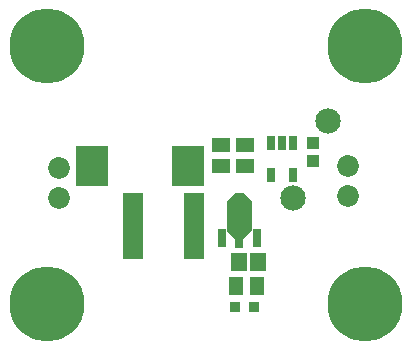
<source format=gts>
G04*
G04 #@! TF.GenerationSoftware,Altium Limited,Altium Designer,18.1.11 (251)*
G04*
G04 Layer_Color=8388736*
%FSLAX25Y25*%
%MOIN*%
G70*
G01*
G75*
%ADD25R,0.03740X0.03740*%
%ADD26C,0.08465*%
%ADD27R,0.04528X0.05906*%
%ADD28R,0.05709X0.06299*%
%ADD29R,0.02953X0.06102*%
%ADD30R,0.02953X0.03347*%
%ADD31R,0.02953X0.04724*%
%ADD32R,0.10787X0.13346*%
%ADD33R,0.04134X0.03937*%
%ADD34R,0.07087X0.21850*%
%ADD35R,0.05906X0.04528*%
%ADD36C,0.25000*%
%ADD37C,0.07284*%
G36*
X78819Y53154D02*
X81181D01*
X81227Y53151D01*
X81273Y53140D01*
X81303Y53127D01*
X81316Y53122D01*
X81355Y53098D01*
X81391Y53068D01*
X84146Y50312D01*
X84146Y50312D01*
X84177Y50276D01*
X84201Y50237D01*
X84208Y50219D01*
X84219Y50194D01*
X84230Y50149D01*
X84233Y50102D01*
X84233Y50102D01*
Y40653D01*
X84229Y40607D01*
X84219Y40562D01*
X84206Y40532D01*
X84201Y40519D01*
X84177Y40479D01*
X84146Y40444D01*
X81391Y37688D01*
X81355Y37658D01*
X81316Y37634D01*
X81303Y37628D01*
X81273Y37616D01*
X81227Y37605D01*
X81181Y37601D01*
X78819D01*
X78773Y37605D01*
X78727Y37616D01*
X78697Y37628D01*
X78684Y37634D01*
X78645Y37658D01*
X78610Y37688D01*
X75854Y40444D01*
X75823Y40479D01*
X75799Y40519D01*
X75794Y40532D01*
X75781Y40562D01*
X75770Y40607D01*
X75767Y40653D01*
Y50102D01*
X75770Y50149D01*
X75781Y50194D01*
X75794Y50224D01*
X75799Y50237D01*
X75823Y50276D01*
X75854Y50312D01*
X78609Y53068D01*
X78610Y53068D01*
X78645Y53098D01*
X78684Y53122D01*
X78702Y53130D01*
X78727Y53140D01*
X78773Y53151D01*
X78819Y53154D01*
X78819Y53154D01*
D02*
G37*
D25*
X78701Y15000D02*
D03*
X85000D02*
D03*
D26*
X98000Y51480D02*
D03*
X109449Y77165D02*
D03*
D27*
X86000Y22000D02*
D03*
X78913D02*
D03*
D28*
X86150Y30000D02*
D03*
X79850D02*
D03*
D29*
X74094Y37898D02*
D03*
X85905D02*
D03*
D30*
X80000Y36520D02*
D03*
D31*
X98000Y69630D02*
D03*
X94260D02*
D03*
X90520D02*
D03*
Y59000D02*
D03*
X98000D02*
D03*
D32*
X62984Y62000D02*
D03*
X31016D02*
D03*
D33*
X104724Y63603D02*
D03*
Y69706D02*
D03*
D34*
X44724Y42000D02*
D03*
X65000D02*
D03*
D35*
X74000Y69087D02*
D03*
Y62000D02*
D03*
X82000D02*
D03*
Y69087D02*
D03*
D36*
X16000Y16000D02*
D03*
X121795D02*
D03*
Y102110D02*
D03*
X16000D02*
D03*
D37*
X116142Y52000D02*
D03*
Y62000D02*
D03*
X20000Y61480D02*
D03*
Y51480D02*
D03*
M02*

</source>
